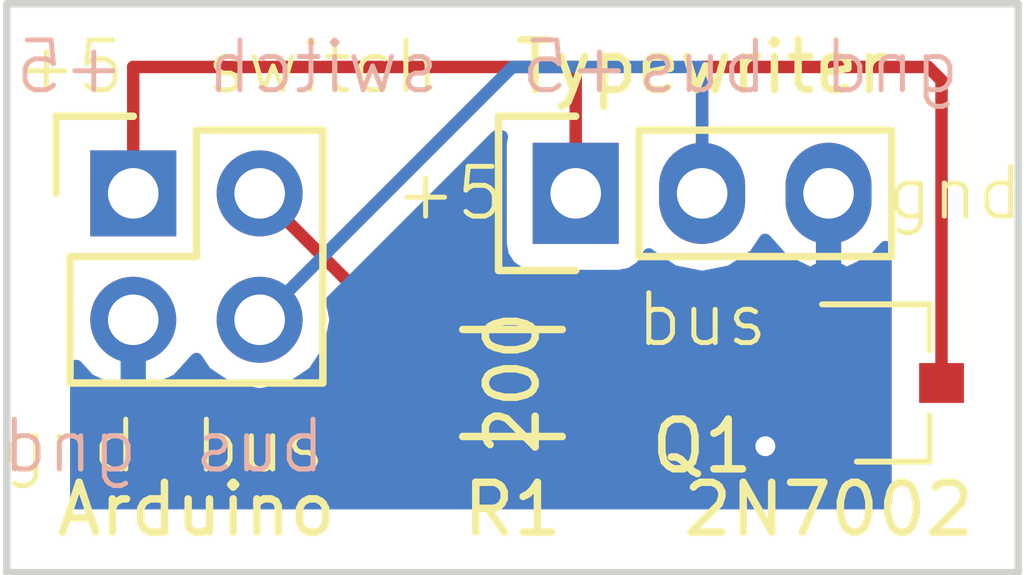
<source format=kicad_pcb>
(kicad_pcb (version 4) (host pcbnew 4.0.5)

  (general
    (links 7)
    (no_connects 0)
    (area 0 0 0 0)
    (thickness 1.6)
    (drawings 18)
    (tracks 17)
    (zones 0)
    (modules 4)
    (nets 6)
  )

  (page A4)
  (layers
    (0 F.Cu signal)
    (31 B.Cu signal)
    (32 B.Adhes user)
    (33 F.Adhes user)
    (34 B.Paste user)
    (35 F.Paste user)
    (36 B.SilkS user)
    (37 F.SilkS user)
    (38 B.Mask user)
    (39 F.Mask user)
    (40 Dwgs.User user)
    (41 Cmts.User user)
    (42 Eco1.User user)
    (43 Eco2.User user)
    (44 Edge.Cuts user)
    (45 Margin user)
    (46 B.CrtYd user)
    (47 F.CrtYd user)
    (48 B.Fab user)
    (49 F.Fab user)
  )

  (setup
    (last_trace_width 0.25)
    (trace_clearance 0.2)
    (zone_clearance 0.508)
    (zone_45_only no)
    (trace_min 0.2)
    (segment_width 0.2)
    (edge_width 0.15)
    (via_size 0.6)
    (via_drill 0.4)
    (via_min_size 0.4)
    (via_min_drill 0.3)
    (uvia_size 0.3)
    (uvia_drill 0.1)
    (uvias_allowed no)
    (uvia_min_size 0.2)
    (uvia_min_drill 0.1)
    (pcb_text_width 0.3)
    (pcb_text_size 1.5 1.5)
    (mod_edge_width 0.15)
    (mod_text_size 1 1)
    (mod_text_width 0.15)
    (pad_size 1.524 1.524)
    (pad_drill 0.762)
    (pad_to_mask_clearance 0.2)
    (aux_axis_origin 0 0)
    (visible_elements FFFFFF7F)
    (pcbplotparams
      (layerselection 0x00030_80000001)
      (usegerberextensions false)
      (excludeedgelayer true)
      (linewidth 0.100000)
      (plotframeref false)
      (viasonmask false)
      (mode 1)
      (useauxorigin false)
      (hpglpennumber 1)
      (hpglpenspeed 20)
      (hpglpendiameter 15)
      (hpglpenoverlay 2)
      (psnegative false)
      (psa4output false)
      (plotreference true)
      (plotvalue true)
      (plotinvisibletext false)
      (padsonsilk false)
      (subtractmaskfromsilk false)
      (outputformat 1)
      (mirror false)
      (drillshape 1)
      (scaleselection 1)
      (outputdirectory ""))
  )

  (net 0 "")
  (net 1 +5V)
  (net 2 "Net-(P1-Pad2)")
  (net 3 GND)
  (net 4 "Net-(P2-Pad3)")
  (net 5 "Net-(Q1-Pad1)")

  (net_class Default "This is the default net class."
    (clearance 0.2)
    (trace_width 0.25)
    (via_dia 0.6)
    (via_drill 0.4)
    (uvia_dia 0.3)
    (uvia_drill 0.1)
    (add_net +5V)
    (add_net GND)
    (add_net "Net-(P1-Pad2)")
    (add_net "Net-(P2-Pad3)")
    (add_net "Net-(Q1-Pad1)")
  )

  (module Socket_Strips:Socket_Strip_Straight_1x03 (layer F.Cu) (tedit 587C15D8) (tstamp 587C094E)
    (at 147.32 100.33)
    (descr "Through hole socket strip")
    (tags "socket strip")
    (path /587C080F)
    (fp_text reference P1 (at 0 -5.1) (layer F.SilkS) hide
      (effects (font (size 1 1) (thickness 0.15)))
    )
    (fp_text value Typewriter (at 2.54 -2.54) (layer F.SilkS)
      (effects (font (size 1 1) (thickness 0.15)))
    )
    (fp_line (start 0 -1.55) (end -1.55 -1.55) (layer F.SilkS) (width 0.15))
    (fp_line (start -1.55 -1.55) (end -1.55 1.55) (layer F.SilkS) (width 0.15))
    (fp_line (start -1.55 1.55) (end 0 1.55) (layer F.SilkS) (width 0.15))
    (fp_line (start -1.75 -1.75) (end -1.75 1.75) (layer F.CrtYd) (width 0.05))
    (fp_line (start 6.85 -1.75) (end 6.85 1.75) (layer F.CrtYd) (width 0.05))
    (fp_line (start -1.75 -1.75) (end 6.85 -1.75) (layer F.CrtYd) (width 0.05))
    (fp_line (start -1.75 1.75) (end 6.85 1.75) (layer F.CrtYd) (width 0.05))
    (fp_line (start 1.27 -1.27) (end 6.35 -1.27) (layer F.SilkS) (width 0.15))
    (fp_line (start 6.35 -1.27) (end 6.35 1.27) (layer F.SilkS) (width 0.15))
    (fp_line (start 6.35 1.27) (end 1.27 1.27) (layer F.SilkS) (width 0.15))
    (fp_line (start 1.27 1.27) (end 1.27 -1.27) (layer F.SilkS) (width 0.15))
    (pad 1 thru_hole rect (at 0 0) (size 1.7272 2.032) (drill 1.016) (layers *.Cu *.Mask)
      (net 1 +5V))
    (pad 2 thru_hole oval (at 2.54 0) (size 1.7272 2.032) (drill 1.016) (layers *.Cu *.Mask)
      (net 2 "Net-(P1-Pad2)"))
    (pad 3 thru_hole oval (at 5.08 0) (size 1.7272 2.032) (drill 1.016) (layers *.Cu *.Mask)
      (net 3 GND))
    (model Socket_Strips.3dshapes/Socket_Strip_Straight_1x03.wrl
      (at (xyz 0.1 0 0))
      (scale (xyz 1 1 1))
      (rotate (xyz 0 0 180))
    )
  )

  (module Socket_Strips:Socket_Strip_Straight_2x02 (layer F.Cu) (tedit 587C15E1) (tstamp 587C0956)
    (at 138.43 100.33)
    (descr "Through hole socket strip")
    (tags "socket strip")
    (path /587C00AE)
    (fp_text reference P2 (at 0 -5.1) (layer F.SilkS) hide
      (effects (font (size 1 1) (thickness 0.15)))
    )
    (fp_text value Arduino (at 1.27 6.35) (layer F.SilkS)
      (effects (font (size 1 1) (thickness 0.15)))
    )
    (fp_line (start -1.55 -1.55) (end -1.55 0) (layer F.SilkS) (width 0.15))
    (fp_line (start -1.75 -1.75) (end -1.75 4.3) (layer F.CrtYd) (width 0.05))
    (fp_line (start 4.3 -1.75) (end 4.3 4.3) (layer F.CrtYd) (width 0.05))
    (fp_line (start -1.75 -1.75) (end 4.3 -1.75) (layer F.CrtYd) (width 0.05))
    (fp_line (start -1.75 4.3) (end 4.3 4.3) (layer F.CrtYd) (width 0.05))
    (fp_line (start 0 -1.55) (end -1.55 -1.55) (layer F.SilkS) (width 0.15))
    (fp_line (start 0 -1.55) (end -1.55 -1.55) (layer F.SilkS) (width 0.15))
    (fp_line (start 1.27 -1.27) (end 1.27 1.27) (layer F.SilkS) (width 0.15))
    (fp_line (start 1.27 1.27) (end -1.27 1.27) (layer F.SilkS) (width 0.15))
    (fp_line (start -1.27 1.27) (end -1.27 3.81) (layer F.SilkS) (width 0.15))
    (fp_line (start -1.27 3.81) (end 3.81 3.81) (layer F.SilkS) (width 0.15))
    (fp_line (start 3.81 3.81) (end 3.81 -1.27) (layer F.SilkS) (width 0.15))
    (fp_line (start 3.81 -1.27) (end 1.27 -1.27) (layer F.SilkS) (width 0.15))
    (pad 1 thru_hole rect (at 0 0) (size 1.7272 1.7272) (drill 1.016) (layers *.Cu *.Mask)
      (net 1 +5V))
    (pad 2 thru_hole oval (at 0 2.54) (size 1.7272 1.7272) (drill 1.016) (layers *.Cu *.Mask)
      (net 3 GND))
    (pad 3 thru_hole oval (at 2.54 0) (size 1.7272 1.7272) (drill 1.016) (layers *.Cu *.Mask)
      (net 4 "Net-(P2-Pad3)"))
    (pad 4 thru_hole oval (at 2.54 2.54) (size 1.7272 1.7272) (drill 1.016) (layers *.Cu *.Mask)
      (net 2 "Net-(P1-Pad2)"))
    (model Socket_Strips.3dshapes/Socket_Strip_Straight_2x02.wrl
      (at (xyz 0.05 -0.05 0))
      (scale (xyz 1 1 1))
      (rotate (xyz 0 0 180))
    )
  )

  (module TO_SOT_Packages_SMD:SOT-23 (layer F.Cu) (tedit 587C1764) (tstamp 587C095D)
    (at 153.67 104.14)
    (descr "SOT-23, Standard")
    (tags SOT-23)
    (path /587BFED3)
    (attr smd)
    (fp_text reference Q1 (at -3.81 1.27) (layer F.SilkS)
      (effects (font (size 1 1) (thickness 0.15)))
    )
    (fp_text value 2N7002 (at -1.27 2.54) (layer F.SilkS)
      (effects (font (size 1 1) (thickness 0.15)))
    )
    (fp_line (start 0.76 1.58) (end 0.76 0.65) (layer F.SilkS) (width 0.12))
    (fp_line (start 0.76 -1.58) (end 0.76 -0.65) (layer F.SilkS) (width 0.12))
    (fp_line (start 0.7 -1.52) (end 0.7 1.52) (layer F.Fab) (width 0.15))
    (fp_line (start -0.7 1.52) (end 0.7 1.52) (layer F.Fab) (width 0.15))
    (fp_line (start -1.7 -1.75) (end 1.7 -1.75) (layer F.CrtYd) (width 0.05))
    (fp_line (start 1.7 -1.75) (end 1.7 1.75) (layer F.CrtYd) (width 0.05))
    (fp_line (start 1.7 1.75) (end -1.7 1.75) (layer F.CrtYd) (width 0.05))
    (fp_line (start -1.7 1.75) (end -1.7 -1.75) (layer F.CrtYd) (width 0.05))
    (fp_line (start 0.76 -1.58) (end -1.4 -1.58) (layer F.SilkS) (width 0.12))
    (fp_line (start -0.7 -1.52) (end 0.7 -1.52) (layer F.Fab) (width 0.15))
    (fp_line (start -0.7 -1.52) (end -0.7 1.52) (layer F.Fab) (width 0.15))
    (fp_line (start 0.76 1.58) (end -0.7 1.58) (layer F.SilkS) (width 0.12))
    (pad 1 smd rect (at -1 -0.95) (size 0.9 0.8) (layers F.Cu F.Paste F.Mask)
      (net 5 "Net-(Q1-Pad1)"))
    (pad 2 smd rect (at -1 0.95) (size 0.9 0.8) (layers F.Cu F.Paste F.Mask)
      (net 3 GND))
    (pad 3 smd rect (at 1 0) (size 0.9 0.8) (layers F.Cu F.Paste F.Mask)
      (net 2 "Net-(P1-Pad2)"))
    (model TO_SOT_Packages_SMD.3dshapes/SOT-23.wrl
      (at (xyz 0 0 0))
      (scale (xyz 1 1 1))
      (rotate (xyz 0 0 90))
    )
  )

  (module Resistors_SMD:R_1206 (layer F.Cu) (tedit 587C181F) (tstamp 587C0963)
    (at 146.05 104.14 180)
    (descr "Resistor SMD 1206, reflow soldering, Vishay (see dcrcw.pdf)")
    (tags "resistor 1206")
    (path /587BFF09)
    (attr smd)
    (fp_text reference R1 (at 0 -2.54 180) (layer F.SilkS)
      (effects (font (size 1 1) (thickness 0.15)))
    )
    (fp_text value 200 (at 0 0 450) (layer F.SilkS)
      (effects (font (size 1 1) (thickness 0.15)))
    )
    (fp_line (start -1.6 0.8) (end -1.6 -0.8) (layer F.Fab) (width 0.1))
    (fp_line (start 1.6 0.8) (end -1.6 0.8) (layer F.Fab) (width 0.1))
    (fp_line (start 1.6 -0.8) (end 1.6 0.8) (layer F.Fab) (width 0.1))
    (fp_line (start -1.6 -0.8) (end 1.6 -0.8) (layer F.Fab) (width 0.1))
    (fp_line (start -2.2 -1.2) (end 2.2 -1.2) (layer F.CrtYd) (width 0.05))
    (fp_line (start -2.2 1.2) (end 2.2 1.2) (layer F.CrtYd) (width 0.05))
    (fp_line (start -2.2 -1.2) (end -2.2 1.2) (layer F.CrtYd) (width 0.05))
    (fp_line (start 2.2 -1.2) (end 2.2 1.2) (layer F.CrtYd) (width 0.05))
    (fp_line (start 1 1.075) (end -1 1.075) (layer F.SilkS) (width 0.15))
    (fp_line (start -1 -1.075) (end 1 -1.075) (layer F.SilkS) (width 0.15))
    (pad 1 smd rect (at -1.45 0 180) (size 0.9 1.7) (layers F.Cu F.Paste F.Mask)
      (net 5 "Net-(Q1-Pad1)"))
    (pad 2 smd rect (at 1.45 0 180) (size 0.9 1.7) (layers F.Cu F.Paste F.Mask)
      (net 4 "Net-(P2-Pad3)"))
    (model Resistors_SMD.3dshapes/R_1206.wrl
      (at (xyz 0 0 0))
      (scale (xyz 1 1 1))
      (rotate (xyz 0 0 0))
    )
  )

  (gr_text gnd (at 153.67 97.79) (layer B.SilkS)
    (effects (font (size 1 1) (thickness 0.1)) (justify mirror))
  )
  (gr_text bus (at 149.86 97.79) (layer B.SilkS)
    (effects (font (size 1 1) (thickness 0.1)) (justify mirror))
  )
  (gr_text +5 (at 147.32 97.79) (layer B.SilkS)
    (effects (font (size 1 1) (thickness 0.1)) (justify mirror))
  )
  (gr_text bus (at 140.97 105.41) (layer B.SilkS)
    (effects (font (size 1 1) (thickness 0.1)) (justify mirror))
  )
  (gr_text gnd (at 137.16 105.41) (layer B.SilkS)
    (effects (font (size 1 1) (thickness 0.1)) (justify mirror))
  )
  (gr_text switch (at 142.24 97.79) (layer B.SilkS)
    (effects (font (size 1 1) (thickness 0.1)) (justify mirror))
  )
  (gr_text +5 (at 137.16 97.79) (layer B.SilkS)
    (effects (font (size 1 1) (thickness 0.1)) (justify mirror))
  )
  (gr_text bus (at 149.86 102.87) (layer F.SilkS)
    (effects (font (size 1 1) (thickness 0.1)))
  )
  (gr_text gnd (at 154.94 100.33) (layer F.SilkS)
    (effects (font (size 1 1) (thickness 0.1)))
  )
  (gr_text +5 (at 144.78 100.33) (layer F.SilkS)
    (effects (font (size 1 1) (thickness 0.1)))
  )
  (gr_text switch (at 142.24 97.79) (layer F.SilkS)
    (effects (font (size 1 1) (thickness 0.1)))
  )
  (gr_text bus (at 140.97 105.41) (layer F.SilkS)
    (effects (font (size 1 1) (thickness 0.1)))
  )
  (gr_text gnd (at 137.16 105.41) (layer F.SilkS)
    (effects (font (size 1 1) (thickness 0.1)))
  )
  (gr_text +5 (at 137.16 97.79) (layer F.SilkS)
    (effects (font (size 1 1) (thickness 0.1)))
  )
  (gr_line (start 135.89 107.95) (end 135.89 96.52) (angle 90) (layer Edge.Cuts) (width 0.15))
  (gr_line (start 156.21 107.95) (end 135.89 107.95) (angle 90) (layer Edge.Cuts) (width 0.15))
  (gr_line (start 156.21 96.52) (end 156.21 107.95) (angle 90) (layer Edge.Cuts) (width 0.15))
  (gr_line (start 135.89 96.52) (end 156.21 96.52) (angle 90) (layer Edge.Cuts) (width 0.15))

  (segment (start 147.32 97.79) (end 147.32 100.33) (width 0.25) (layer F.Cu) (net 1) (tstamp 587C0FB2))
  (segment (start 138.43 97.79) (end 147.32 97.79) (width 0.25) (layer F.Cu) (net 1) (tstamp 587C0FB1))
  (segment (start 138.43 100.33) (end 138.43 97.79) (width 0.25) (layer F.Cu) (net 1))
  (segment (start 154.67 104.14) (end 154.67 98.06) (width 0.25) (layer F.Cu) (net 2))
  (segment (start 149.86 97.79) (end 149.86 100.33) (width 0.25) (layer F.Cu) (net 2) (tstamp 587C174D))
  (segment (start 154.4 97.79) (end 149.86 97.79) (width 0.25) (layer F.Cu) (net 2) (tstamp 587C174A))
  (segment (start 154.67 98.06) (end 154.4 97.79) (width 0.25) (layer F.Cu) (net 2) (tstamp 587C1746))
  (segment (start 140.97 102.87) (end 146.05 97.79) (width 0.25) (layer B.Cu) (net 2))
  (segment (start 149.86 97.79) (end 149.86 100.33) (width 0.25) (layer B.Cu) (net 2) (tstamp 587C0D9F))
  (segment (start 146.05 97.79) (end 149.86 97.79) (width 0.25) (layer B.Cu) (net 2) (tstamp 587C0D9C))
  (segment (start 152.67 105.09) (end 151.45 105.09) (width 0.25) (layer F.Cu) (net 3))
  (via (at 151.13 105.41) (size 0.6) (drill 0.4) (layers F.Cu B.Cu) (net 3))
  (segment (start 151.45 105.09) (end 151.13 105.41) (width 0.25) (layer F.Cu) (net 3) (tstamp 587C173A))
  (segment (start 144.6 104.14) (end 144.6 103.96) (width 0.25) (layer F.Cu) (net 4))
  (segment (start 144.6 103.96) (end 140.97 100.33) (width 0.25) (layer F.Cu) (net 4) (tstamp 587C0CA7))
  (segment (start 147.5 104.14) (end 151.72 104.14) (width 0.25) (layer F.Cu) (net 5))
  (segment (start 151.72 104.14) (end 152.67 103.19) (width 0.25) (layer F.Cu) (net 5) (tstamp 587C1737))

  (zone (net 3) (net_name GND) (layer B.Cu) (tstamp 587C0F71) (hatch edge 0.508)
    (connect_pads (clearance 0.508))
    (min_thickness 0.254)
    (fill yes (arc_segments 16) (thermal_gap 0.508) (thermal_bridge_width 0.508))
    (polygon
      (pts
        (xy 153.67 106.68) (xy 137.16 106.68) (xy 137.16 99.06) (xy 153.67 99.06)
      )
    )
    (filled_polygon
      (pts
        (xy 145.80896 99.314) (xy 145.80896 101.346) (xy 145.853238 101.581317) (xy 145.99231 101.797441) (xy 146.20451 101.942431)
        (xy 146.4564 101.99344) (xy 148.1836 101.99344) (xy 148.418917 101.949162) (xy 148.635041 101.81009) (xy 148.780031 101.59789)
        (xy 148.7884 101.556561) (xy 148.80033 101.574415) (xy 149.286511 101.899271) (xy 149.86 102.013345) (xy 150.433489 101.899271)
        (xy 150.91967 101.574415) (xy 151.126461 101.264931) (xy 151.497964 101.680732) (xy 152.025209 101.934709) (xy 152.040974 101.937358)
        (xy 152.273 101.816217) (xy 152.273 100.457) (xy 152.253 100.457) (xy 152.253 100.203) (xy 152.273 100.203)
        (xy 152.273 100.183) (xy 152.527 100.183) (xy 152.527 100.203) (xy 152.547 100.203) (xy 152.547 100.457)
        (xy 152.527 100.457) (xy 152.527 101.816217) (xy 152.759026 101.937358) (xy 152.774791 101.934709) (xy 153.302036 101.680732)
        (xy 153.543 101.411035) (xy 153.543 106.553) (xy 137.287 106.553) (xy 137.287 103.797986) (xy 137.54151 104.076821)
        (xy 138.070973 104.324968) (xy 138.303 104.204469) (xy 138.303 102.997) (xy 138.283 102.997) (xy 138.283 102.743)
        (xy 138.303 102.743) (xy 138.303 102.723) (xy 138.557 102.723) (xy 138.557 102.743) (xy 138.577 102.743)
        (xy 138.577 102.997) (xy 138.557 102.997) (xy 138.557 104.204469) (xy 138.789027 104.324968) (xy 139.31849 104.076821)
        (xy 139.700008 103.658839) (xy 139.880971 103.92967) (xy 140.367152 104.254526) (xy 140.940641 104.3686) (xy 140.999359 104.3686)
        (xy 141.572848 104.254526) (xy 142.059029 103.92967) (xy 142.383885 103.443489) (xy 142.497959 102.87) (xy 142.422775 102.492027)
        (xy 145.727802 99.187) (xy 145.834678 99.187)
      )
    )
  )
)

</source>
